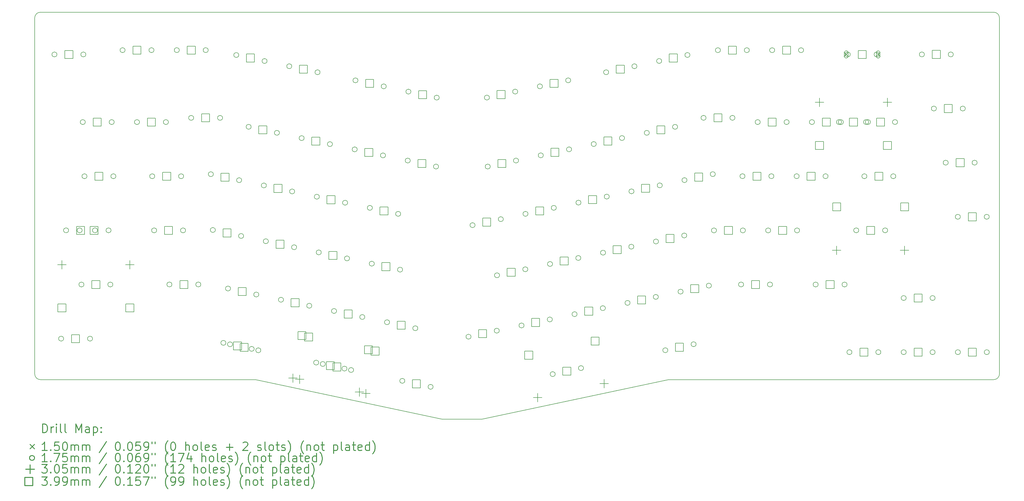
<source format=gbr>
%FSLAX45Y45*%
G04 Gerber Fmt 4.5, Leading zero omitted, Abs format (unit mm)*
G04 Created by KiCad (PCBNEW (5.1.9-0-10_14)) date 2021-10-05 14:44:05*
%MOMM*%
%LPD*%
G01*
G04 APERTURE LIST*
%TA.AperFunction,Profile*%
%ADD10C,0.150000*%
%TD*%
%ADD11C,0.200000*%
%ADD12C,0.300000*%
G04 APERTURE END LIST*
D10*
X36249995Y-15370750D02*
G75*
G03*
X36449995Y-15170750I0J200000D01*
G01*
X36249995Y-2443251D02*
G75*
G02*
X36449995Y-2643251I0J-200000D01*
G01*
X2741250Y-2443251D02*
G75*
G03*
X2541250Y-2643251I0J-200000D01*
G01*
X2741250Y-15370750D02*
G75*
G02*
X2541250Y-15170750I0J200000D01*
G01*
X18263000Y-16762523D02*
X24811000Y-15370750D01*
X16860000Y-16762523D02*
X18263000Y-16762523D01*
X10312670Y-15370750D02*
X16860000Y-16762523D01*
X24811000Y-15370750D02*
X36249995Y-15370750D01*
X2741250Y-15370750D02*
X10312670Y-15370750D01*
X2741250Y-2443251D02*
X36249995Y-2443251D01*
X36449995Y-2643251D02*
X36449995Y-15170750D01*
X2541250Y-2643251D02*
X2541250Y-15170750D01*
D11*
X30990540Y-3854380D02*
X31140540Y-4004380D01*
X31140540Y-3854380D02*
X30990540Y-4004380D01*
X31130540Y-3994380D02*
X31130540Y-3864380D01*
X31000540Y-3994380D02*
X31000540Y-3864380D01*
X31130540Y-3864380D02*
G75*
G03*
X31000540Y-3864380I-65000J0D01*
G01*
X31000540Y-3994380D02*
G75*
G03*
X31130540Y-3994380I65000J0D01*
G01*
X32110540Y-3854380D02*
X32260540Y-4004380D01*
X32260540Y-3854380D02*
X32110540Y-4004380D01*
X32250540Y-3994380D02*
X32250540Y-3864380D01*
X32120540Y-3994380D02*
X32120540Y-3864380D01*
X32250540Y-3864380D02*
G75*
G03*
X32120540Y-3864380I-65000J0D01*
G01*
X32120540Y-3994380D02*
G75*
G03*
X32250540Y-3994380I65000J0D01*
G01*
X3322190Y-3929380D02*
G75*
G03*
X3322190Y-3929380I-87500J0D01*
G01*
X3557140Y-13929360D02*
G75*
G03*
X3557140Y-13929360I-87500J0D01*
G01*
X3731130Y-10118090D02*
G75*
G03*
X3731130Y-10118090I-87500J0D01*
G01*
X4207380Y-10118090D02*
G75*
G03*
X4207380Y-10118090I-87500J0D01*
G01*
X4270880Y-12024360D02*
G75*
G03*
X4270880Y-12024360I-87500J0D01*
G01*
X4317870Y-6309360D02*
G75*
G03*
X4317870Y-6309360I-87500J0D01*
G01*
X4338190Y-3929380D02*
G75*
G03*
X4338190Y-3929380I-87500J0D01*
G01*
X4377560Y-8214360D02*
G75*
G03*
X4377560Y-8214360I-87500J0D01*
G01*
X4573140Y-13929360D02*
G75*
G03*
X4573140Y-13929360I-87500J0D01*
G01*
X4747130Y-10118090D02*
G75*
G03*
X4747130Y-10118090I-87500J0D01*
G01*
X5223380Y-10118090D02*
G75*
G03*
X5223380Y-10118090I-87500J0D01*
G01*
X5286880Y-12024360D02*
G75*
G03*
X5286880Y-12024360I-87500J0D01*
G01*
X5333870Y-6309360D02*
G75*
G03*
X5333870Y-6309360I-87500J0D01*
G01*
X5393560Y-8214360D02*
G75*
G03*
X5393560Y-8214360I-87500J0D01*
G01*
X5716140Y-3778250D02*
G75*
G03*
X5716140Y-3778250I-87500J0D01*
G01*
X6223337Y-6309360D02*
G75*
G03*
X6223337Y-6309360I-87500J0D01*
G01*
X6732140Y-3778250D02*
G75*
G03*
X6732140Y-3778250I-87500J0D01*
G01*
X6758810Y-8214360D02*
G75*
G03*
X6758810Y-8214360I-87500J0D01*
G01*
X6826120Y-10119360D02*
G75*
G03*
X6826120Y-10119360I-87500J0D01*
G01*
X7239337Y-6309360D02*
G75*
G03*
X7239337Y-6309360I-87500J0D01*
G01*
X7363330Y-12023090D02*
G75*
G03*
X7363330Y-12023090I-87500J0D01*
G01*
X7622410Y-3776980D02*
G75*
G03*
X7622410Y-3776980I-87500J0D01*
G01*
X7774810Y-8214360D02*
G75*
G03*
X7774810Y-8214360I-87500J0D01*
G01*
X7842120Y-10119360D02*
G75*
G03*
X7842120Y-10119360I-87500J0D01*
G01*
X8127870Y-6160770D02*
G75*
G03*
X8127870Y-6160770I-87500J0D01*
G01*
X8379330Y-12023090D02*
G75*
G03*
X8379330Y-12023090I-87500J0D01*
G01*
X8638410Y-3776980D02*
G75*
G03*
X8638410Y-3776980I-87500J0D01*
G01*
X8819691Y-8141761D02*
G75*
G03*
X8819691Y-8141761I-87500J0D01*
G01*
X8889541Y-10105181D02*
G75*
G03*
X8889541Y-10105181I-87500J0D01*
G01*
X9143870Y-6160770D02*
G75*
G03*
X9143870Y-6160770I-87500J0D01*
G01*
X9260381Y-14077233D02*
G75*
G03*
X9260381Y-14077233I-87500J0D01*
G01*
X9422941Y-12165121D02*
G75*
G03*
X9422941Y-12165121I-87500J0D01*
G01*
X9494061Y-14127271D02*
G75*
G03*
X9494061Y-14127271I-87500J0D01*
G01*
X9713771Y-3949491D02*
G75*
G03*
X9713771Y-3949491I-87500J0D01*
G01*
X9813489Y-8352999D02*
G75*
G03*
X9813489Y-8352999I-87500J0D01*
G01*
X9883339Y-10316419D02*
G75*
G03*
X9883339Y-10316419I-87500J0D01*
G01*
X10148111Y-6475521D02*
G75*
G03*
X10148111Y-6475521I-87500J0D01*
G01*
X10254179Y-14288471D02*
G75*
G03*
X10254179Y-14288471I-87500J0D01*
G01*
X10416739Y-12376359D02*
G75*
G03*
X10416739Y-12376359I-87500J0D01*
G01*
X10487859Y-14338509D02*
G75*
G03*
X10487859Y-14338509I-87500J0D01*
G01*
X10682781Y-8538001D02*
G75*
G03*
X10682781Y-8538001I-87500J0D01*
G01*
X10707569Y-4160729D02*
G75*
G03*
X10707569Y-4160729I-87500J0D01*
G01*
X10752631Y-10501421D02*
G75*
G03*
X10752631Y-10501421I-87500J0D01*
G01*
X11141909Y-6686759D02*
G75*
G03*
X11141909Y-6686759I-87500J0D01*
G01*
X11284761Y-12560091D02*
G75*
G03*
X11284761Y-12560091I-87500J0D01*
G01*
X11575591Y-4344461D02*
G75*
G03*
X11575591Y-4344461I-87500J0D01*
G01*
X11676579Y-8749239D02*
G75*
G03*
X11676579Y-8749239I-87500J0D01*
G01*
X11746429Y-10712659D02*
G75*
G03*
X11746429Y-10712659I-87500J0D01*
G01*
X12011201Y-6873031D02*
G75*
G03*
X12011201Y-6873031I-87500J0D01*
G01*
X12278559Y-12771329D02*
G75*
G03*
X12278559Y-12771329I-87500J0D01*
G01*
X12521995Y-14771161D02*
G75*
G03*
X12521995Y-14771161I-87500J0D01*
G01*
X12544601Y-8935511D02*
G75*
G03*
X12544601Y-8935511I-87500J0D01*
G01*
X12569389Y-4555699D02*
G75*
G03*
X12569389Y-4555699I-87500J0D01*
G01*
X12611911Y-10893851D02*
G75*
G03*
X12611911Y-10893851I-87500J0D01*
G01*
X12754151Y-14820691D02*
G75*
G03*
X12754151Y-14820691I-87500J0D01*
G01*
X13004999Y-7084269D02*
G75*
G03*
X13004999Y-7084269I-87500J0D01*
G01*
X13149121Y-12956331D02*
G75*
G03*
X13149121Y-12956331I-87500J0D01*
G01*
X13515793Y-14982399D02*
G75*
G03*
X13515793Y-14982399I-87500J0D01*
G01*
X13538399Y-9146749D02*
G75*
G03*
X13538399Y-9146749I-87500J0D01*
G01*
X13605709Y-11105089D02*
G75*
G03*
X13605709Y-11105089I-87500J0D01*
G01*
X13747949Y-15031929D02*
G75*
G03*
X13747949Y-15031929I-87500J0D01*
G01*
X13875561Y-7269271D02*
G75*
G03*
X13875561Y-7269271I-87500J0D01*
G01*
X13902231Y-4841031D02*
G75*
G03*
X13902231Y-4841031I-87500J0D01*
G01*
X14142919Y-13167569D02*
G75*
G03*
X14142919Y-13167569I-87500J0D01*
G01*
X14408961Y-9326671D02*
G75*
G03*
X14408961Y-9326671I-87500J0D01*
G01*
X14476271Y-11290091D02*
G75*
G03*
X14476271Y-11290091I-87500J0D01*
G01*
X14869359Y-7480509D02*
G75*
G03*
X14869359Y-7480509I-87500J0D01*
G01*
X14896029Y-5052269D02*
G75*
G03*
X14896029Y-5052269I-87500J0D01*
G01*
X15012211Y-13351301D02*
G75*
G03*
X15012211Y-13351301I-87500J0D01*
G01*
X15402759Y-9537909D02*
G75*
G03*
X15402759Y-9537909I-87500J0D01*
G01*
X15470069Y-11501329D02*
G75*
G03*
X15470069Y-11501329I-87500J0D01*
G01*
X15549421Y-15413781D02*
G75*
G03*
X15549421Y-15413781I-87500J0D01*
G01*
X15739921Y-7662971D02*
G75*
G03*
X15739921Y-7662971I-87500J0D01*
G01*
X15764051Y-5237271D02*
G75*
G03*
X15764051Y-5237271I-87500J0D01*
G01*
X16006009Y-13562539D02*
G75*
G03*
X16006009Y-13562539I-87500J0D01*
G01*
X16543219Y-15625019D02*
G75*
G03*
X16543219Y-15625019I-87500J0D01*
G01*
X16733719Y-7874209D02*
G75*
G03*
X16733719Y-7874209I-87500J0D01*
G01*
X16757849Y-5448509D02*
G75*
G03*
X16757849Y-5448509I-87500J0D01*
G01*
X17875724Y-13860164D02*
G75*
G03*
X17875724Y-13860164I-87500J0D01*
G01*
X18017031Y-9935419D02*
G75*
G03*
X18017031Y-9935419I-87500J0D01*
G01*
X18522491Y-5447239D02*
G75*
G03*
X18522491Y-5447239I-87500J0D01*
G01*
X18551701Y-7874209D02*
G75*
G03*
X18551701Y-7874209I-87500J0D01*
G01*
X18869522Y-13648926D02*
G75*
G03*
X18869522Y-13648926I-87500J0D01*
G01*
X18878091Y-11699449D02*
G75*
G03*
X18878091Y-11699449I-87500J0D01*
G01*
X19010829Y-9724181D02*
G75*
G03*
X19010829Y-9724181I-87500J0D01*
G01*
X19516289Y-5236001D02*
G75*
G03*
X19516289Y-5236001I-87500J0D01*
G01*
X19545499Y-7662971D02*
G75*
G03*
X19545499Y-7662971I-87500J0D01*
G01*
X19739151Y-13464749D02*
G75*
G03*
X19739151Y-13464749I-87500J0D01*
G01*
X19871889Y-11488211D02*
G75*
G03*
X19871889Y-11488211I-87500J0D01*
G01*
X19878851Y-9537909D02*
G75*
G03*
X19878851Y-9537909I-87500J0D01*
G01*
X20385581Y-5050999D02*
G75*
G03*
X20385581Y-5050999I-87500J0D01*
G01*
X20416061Y-7479239D02*
G75*
G03*
X20416061Y-7479239I-87500J0D01*
G01*
X20732949Y-13253511D02*
G75*
G03*
X20732949Y-13253511I-87500J0D01*
G01*
X20741181Y-11301939D02*
G75*
G03*
X20741181Y-11301939I-87500J0D01*
G01*
X20835161Y-15176709D02*
G75*
G03*
X20835161Y-15176709I-87500J0D01*
G01*
X20872649Y-9326671D02*
G75*
G03*
X20872649Y-9326671I-87500J0D01*
G01*
X21379379Y-4839761D02*
G75*
G03*
X21379379Y-4839761I-87500J0D01*
G01*
X21409859Y-7268001D02*
G75*
G03*
X21409859Y-7268001I-87500J0D01*
G01*
X21603511Y-13067239D02*
G75*
G03*
X21603511Y-13067239I-87500J0D01*
G01*
X21734979Y-11090701D02*
G75*
G03*
X21734979Y-11090701I-87500J0D01*
G01*
X21740671Y-9142939D02*
G75*
G03*
X21740671Y-9142939I-87500J0D01*
G01*
X21828959Y-14965471D02*
G75*
G03*
X21828959Y-14965471I-87500J0D01*
G01*
X22276611Y-7081729D02*
G75*
G03*
X22276611Y-7081729I-87500J0D01*
G01*
X22597309Y-12856001D02*
G75*
G03*
X22597309Y-12856001I-87500J0D01*
G01*
X22604271Y-10904429D02*
G75*
G03*
X22604271Y-10904429I-87500J0D01*
G01*
X22713491Y-4555699D02*
G75*
G03*
X22713491Y-4555699I-87500J0D01*
G01*
X22734469Y-8931701D02*
G75*
G03*
X22734469Y-8931701I-87500J0D01*
G01*
X23270409Y-6870491D02*
G75*
G03*
X23270409Y-6870491I-87500J0D01*
G01*
X23465331Y-12670999D02*
G75*
G03*
X23465331Y-12670999I-87500J0D01*
G01*
X23598069Y-10693191D02*
G75*
G03*
X23598069Y-10693191I-87500J0D01*
G01*
X23603761Y-8746699D02*
G75*
G03*
X23603761Y-8746699I-87500J0D01*
G01*
X23707289Y-4344461D02*
G75*
G03*
X23707289Y-4344461I-87500J0D01*
G01*
X24142241Y-6688029D02*
G75*
G03*
X24142241Y-6688029I-87500J0D01*
G01*
X24459129Y-12459761D02*
G75*
G03*
X24459129Y-12459761I-87500J0D01*
G01*
X24464821Y-10510729D02*
G75*
G03*
X24464821Y-10510729I-87500J0D01*
G01*
X24576581Y-4159459D02*
G75*
G03*
X24576581Y-4159459I-87500J0D01*
G01*
X24597559Y-8535461D02*
G75*
G03*
X24597559Y-8535461I-87500J0D01*
G01*
X24793751Y-14335969D02*
G75*
G03*
X24793751Y-14335969I-87500J0D01*
G01*
X25136039Y-6476791D02*
G75*
G03*
X25136039Y-6476791I-87500J0D01*
G01*
X25329691Y-12274759D02*
G75*
G03*
X25329691Y-12274759I-87500J0D01*
G01*
X25458619Y-10299491D02*
G75*
G03*
X25458619Y-10299491I-87500J0D01*
G01*
X25466851Y-8351729D02*
G75*
G03*
X25466851Y-8351729I-87500J0D01*
G01*
X25570379Y-3948221D02*
G75*
G03*
X25570379Y-3948221I-87500J0D01*
G01*
X25787549Y-14124731D02*
G75*
G03*
X25787549Y-14124731I-87500J0D01*
G01*
X26136470Y-6159500D02*
G75*
G03*
X26136470Y-6159500I-87500J0D01*
G01*
X26323489Y-12063521D02*
G75*
G03*
X26323489Y-12063521I-87500J0D01*
G01*
X26460649Y-8140491D02*
G75*
G03*
X26460649Y-8140491I-87500J0D01*
G01*
X26503500Y-10120630D02*
G75*
G03*
X26503500Y-10120630I-87500J0D01*
G01*
X26641930Y-3779520D02*
G75*
G03*
X26641930Y-3779520I-87500J0D01*
G01*
X27152470Y-6159500D02*
G75*
G03*
X27152470Y-6159500I-87500J0D01*
G01*
X27456000Y-12023090D02*
G75*
G03*
X27456000Y-12023090I-87500J0D01*
G01*
X27505530Y-8213090D02*
G75*
G03*
X27505530Y-8213090I-87500J0D01*
G01*
X27519500Y-10120630D02*
G75*
G03*
X27519500Y-10120630I-87500J0D01*
G01*
X27657930Y-3779520D02*
G75*
G03*
X27657930Y-3779520I-87500J0D01*
G01*
X28040200Y-6309360D02*
G75*
G03*
X28040200Y-6309360I-87500J0D01*
G01*
X28408500Y-10120630D02*
G75*
G03*
X28408500Y-10120630I-87500J0D01*
G01*
X28472000Y-12023090D02*
G75*
G03*
X28472000Y-12023090I-87500J0D01*
G01*
X28521530Y-8213090D02*
G75*
G03*
X28521530Y-8213090I-87500J0D01*
G01*
X28548200Y-3779520D02*
G75*
G03*
X28548200Y-3779520I-87500J0D01*
G01*
X29056200Y-6309360D02*
G75*
G03*
X29056200Y-6309360I-87500J0D01*
G01*
X29409260Y-8213090D02*
G75*
G03*
X29409260Y-8213090I-87500J0D01*
G01*
X29424500Y-10120630D02*
G75*
G03*
X29424500Y-10120630I-87500J0D01*
G01*
X29564200Y-3779520D02*
G75*
G03*
X29564200Y-3779520I-87500J0D01*
G01*
X29946470Y-6309360D02*
G75*
G03*
X29946470Y-6309360I-87500J0D01*
G01*
X30077280Y-12024360D02*
G75*
G03*
X30077280Y-12024360I-87500J0D01*
G01*
X30425260Y-8213090D02*
G75*
G03*
X30425260Y-8213090I-87500J0D01*
G01*
X30897700Y-6308090D02*
G75*
G03*
X30897700Y-6308090I-87500J0D01*
G01*
X30962470Y-6309360D02*
G75*
G03*
X30962470Y-6309360I-87500J0D01*
G01*
X31093280Y-12024360D02*
G75*
G03*
X31093280Y-12024360I-87500J0D01*
G01*
X31205040Y-3929380D02*
G75*
G03*
X31205040Y-3929380I-87500J0D01*
G01*
X31264730Y-14404340D02*
G75*
G03*
X31264730Y-14404340I-87500J0D01*
G01*
X31503490Y-10118090D02*
G75*
G03*
X31503490Y-10118090I-87500J0D01*
G01*
X31790510Y-8214360D02*
G75*
G03*
X31790510Y-8214360I-87500J0D01*
G01*
X31850200Y-6308090D02*
G75*
G03*
X31850200Y-6308090I-87500J0D01*
G01*
X31913700Y-6308090D02*
G75*
G03*
X31913700Y-6308090I-87500J0D01*
G01*
X32221040Y-3929380D02*
G75*
G03*
X32221040Y-3929380I-87500J0D01*
G01*
X32280730Y-14404340D02*
G75*
G03*
X32280730Y-14404340I-87500J0D01*
G01*
X32519490Y-10118090D02*
G75*
G03*
X32519490Y-10118090I-87500J0D01*
G01*
X32806510Y-8214360D02*
G75*
G03*
X32806510Y-8214360I-87500J0D01*
G01*
X32866200Y-6308090D02*
G75*
G03*
X32866200Y-6308090I-87500J0D01*
G01*
X33171000Y-12499340D02*
G75*
G03*
X33171000Y-12499340I-87500J0D01*
G01*
X33171000Y-14404340D02*
G75*
G03*
X33171000Y-14404340I-87500J0D01*
G01*
X33811080Y-3928110D02*
G75*
G03*
X33811080Y-3928110I-87500J0D01*
G01*
X34187000Y-12499340D02*
G75*
G03*
X34187000Y-12499340I-87500J0D01*
G01*
X34187000Y-14404340D02*
G75*
G03*
X34187000Y-14404340I-87500J0D01*
G01*
X34232720Y-5833110D02*
G75*
G03*
X34232720Y-5833110I-87500J0D01*
G01*
X34648010Y-7736840D02*
G75*
G03*
X34648010Y-7736840I-87500J0D01*
G01*
X34827080Y-3928110D02*
G75*
G03*
X34827080Y-3928110I-87500J0D01*
G01*
X35074730Y-9641840D02*
G75*
G03*
X35074730Y-9641840I-87500J0D01*
G01*
X35076000Y-14404340D02*
G75*
G03*
X35076000Y-14404340I-87500J0D01*
G01*
X35248720Y-5833110D02*
G75*
G03*
X35248720Y-5833110I-87500J0D01*
G01*
X35664010Y-7736840D02*
G75*
G03*
X35664010Y-7736840I-87500J0D01*
G01*
X36090730Y-9641840D02*
G75*
G03*
X36090730Y-9641840I-87500J0D01*
G01*
X36092000Y-14404340D02*
G75*
G03*
X36092000Y-14404340I-87500J0D01*
G01*
X3497580Y-11173460D02*
X3497580Y-11478260D01*
X3345180Y-11325860D02*
X3649980Y-11325860D01*
X5885180Y-11173460D02*
X5885180Y-11478260D01*
X5732780Y-11325860D02*
X6037580Y-11325860D01*
X11618455Y-15159411D02*
X11618455Y-15464211D01*
X11466055Y-15311811D02*
X11770855Y-15311811D01*
X11850611Y-15208941D02*
X11850611Y-15513741D01*
X11698211Y-15361341D02*
X12003011Y-15361341D01*
X13953880Y-15655821D02*
X13953880Y-15960621D01*
X13801480Y-15808221D02*
X14106280Y-15808221D01*
X14186036Y-15705351D02*
X14186036Y-16010151D01*
X14033636Y-15857751D02*
X14338436Y-15857751D01*
X20222074Y-15850131D02*
X20222074Y-16154931D01*
X20069674Y-16002531D02*
X20374474Y-16002531D01*
X22557499Y-15353721D02*
X22557499Y-15658521D01*
X22405099Y-15506121D02*
X22709899Y-15506121D01*
X30124400Y-5457190D02*
X30124400Y-5761990D01*
X29972000Y-5609590D02*
X30276800Y-5609590D01*
X30730190Y-10664190D02*
X30730190Y-10968990D01*
X30577790Y-10816590D02*
X30882590Y-10816590D01*
X32512000Y-5457190D02*
X32512000Y-5761990D01*
X32359600Y-5609590D02*
X32664400Y-5609590D01*
X33117790Y-10664190D02*
X33117790Y-10968990D01*
X32965390Y-10816590D02*
X33270190Y-10816590D01*
X3638571Y-12990851D02*
X3638571Y-12708869D01*
X3356589Y-12708869D01*
X3356589Y-12990851D01*
X3638571Y-12990851D01*
X3883681Y-4070371D02*
X3883681Y-3788389D01*
X3601699Y-3788389D01*
X3601699Y-4070371D01*
X3883681Y-4070371D01*
X4118631Y-14070351D02*
X4118631Y-13788369D01*
X3836649Y-13788369D01*
X3836649Y-14070351D01*
X4118631Y-14070351D01*
X4292621Y-10259081D02*
X4292621Y-9977099D01*
X4010639Y-9977099D01*
X4010639Y-10259081D01*
X4292621Y-10259081D01*
X4768871Y-10259081D02*
X4768871Y-9977099D01*
X4486889Y-9977099D01*
X4486889Y-10259081D01*
X4768871Y-10259081D01*
X4832371Y-12165351D02*
X4832371Y-11883369D01*
X4550389Y-11883369D01*
X4550389Y-12165351D01*
X4832371Y-12165351D01*
X4879361Y-6450351D02*
X4879361Y-6168369D01*
X4597379Y-6168369D01*
X4597379Y-6450351D01*
X4879361Y-6450351D01*
X4939051Y-8355351D02*
X4939051Y-8073369D01*
X4657069Y-8073369D01*
X4657069Y-8355351D01*
X4939051Y-8355351D01*
X6026171Y-12990851D02*
X6026171Y-12708869D01*
X5744189Y-12708869D01*
X5744189Y-12990851D01*
X6026171Y-12990851D01*
X6277631Y-3919241D02*
X6277631Y-3637259D01*
X5995649Y-3637259D01*
X5995649Y-3919241D01*
X6277631Y-3919241D01*
X6784828Y-6450351D02*
X6784828Y-6168369D01*
X6502845Y-6168369D01*
X6502845Y-6450351D01*
X6784828Y-6450351D01*
X7320301Y-8355351D02*
X7320301Y-8073369D01*
X7038319Y-8073369D01*
X7038319Y-8355351D01*
X7320301Y-8355351D01*
X7387611Y-10260351D02*
X7387611Y-9978369D01*
X7105629Y-9978369D01*
X7105629Y-10260351D01*
X7387611Y-10260351D01*
X7924821Y-12164081D02*
X7924821Y-11882099D01*
X7642839Y-11882099D01*
X7642839Y-12164081D01*
X7924821Y-12164081D01*
X8183901Y-3917971D02*
X8183901Y-3635989D01*
X7901919Y-3635989D01*
X7901919Y-3917971D01*
X8183901Y-3917971D01*
X8689361Y-6301761D02*
X8689361Y-6019779D01*
X8407379Y-6019779D01*
X8407379Y-6301761D01*
X8689361Y-6301761D01*
X9370081Y-8388371D02*
X9370081Y-8106389D01*
X9088099Y-8106389D01*
X9088099Y-8388371D01*
X9370081Y-8388371D01*
X9439931Y-10351791D02*
X9439931Y-10069809D01*
X9157949Y-10069809D01*
X9157949Y-10351791D01*
X9439931Y-10351791D01*
X9810771Y-14323843D02*
X9810771Y-14041861D01*
X9528789Y-14041861D01*
X9528789Y-14323843D01*
X9810771Y-14323843D01*
X9973331Y-12411731D02*
X9973331Y-12129749D01*
X9691349Y-12129749D01*
X9691349Y-12411731D01*
X9973331Y-12411731D01*
X10044451Y-14373881D02*
X10044451Y-14091899D01*
X9762469Y-14091899D01*
X9762469Y-14373881D01*
X10044451Y-14373881D01*
X10264161Y-4196101D02*
X10264161Y-3914119D01*
X9982179Y-3914119D01*
X9982179Y-4196101D01*
X10264161Y-4196101D01*
X10698501Y-6722131D02*
X10698501Y-6440149D01*
X10416519Y-6440149D01*
X10416519Y-6722131D01*
X10698501Y-6722131D01*
X11233171Y-8784611D02*
X11233171Y-8502629D01*
X10951189Y-8502629D01*
X10951189Y-8784611D01*
X11233171Y-8784611D01*
X11303021Y-10748031D02*
X11303021Y-10466049D01*
X11021039Y-10466049D01*
X11021039Y-10748031D01*
X11303021Y-10748031D01*
X11835151Y-12806701D02*
X11835151Y-12524719D01*
X11553169Y-12524719D01*
X11553169Y-12806701D01*
X11835151Y-12806701D01*
X12076304Y-13962106D02*
X12076304Y-13680123D01*
X11794321Y-13680123D01*
X11794321Y-13962106D01*
X12076304Y-13962106D01*
X12125981Y-4591071D02*
X12125981Y-4309089D01*
X11843999Y-4309089D01*
X11843999Y-4591071D01*
X12125981Y-4591071D01*
X12308460Y-14011636D02*
X12308460Y-13729653D01*
X12026477Y-13729653D01*
X12026477Y-14011636D01*
X12308460Y-14011636D01*
X12561591Y-7119641D02*
X12561591Y-6837659D01*
X12279609Y-6837659D01*
X12279609Y-7119641D01*
X12561591Y-7119641D01*
X13072385Y-15017771D02*
X13072385Y-14735789D01*
X12790403Y-14735789D01*
X12790403Y-15017771D01*
X13072385Y-15017771D01*
X13094991Y-9182121D02*
X13094991Y-8900139D01*
X12813009Y-8900139D01*
X12813009Y-9182121D01*
X13094991Y-9182121D01*
X13162301Y-11140461D02*
X13162301Y-10858479D01*
X12880319Y-10858479D01*
X12880319Y-11140461D01*
X13162301Y-11140461D01*
X13304541Y-15067301D02*
X13304541Y-14785319D01*
X13022559Y-14785319D01*
X13022559Y-15067301D01*
X13304541Y-15067301D01*
X13699511Y-13202941D02*
X13699511Y-12920959D01*
X13417529Y-12920959D01*
X13417529Y-13202941D01*
X13699511Y-13202941D01*
X14411729Y-14458515D02*
X14411729Y-14176533D01*
X14129746Y-14176533D01*
X14129746Y-14458515D01*
X14411729Y-14458515D01*
X14425951Y-7515881D02*
X14425951Y-7233899D01*
X14143969Y-7233899D01*
X14143969Y-7515881D01*
X14425951Y-7515881D01*
X14452621Y-5087641D02*
X14452621Y-4805659D01*
X14170639Y-4805659D01*
X14170639Y-5087641D01*
X14452621Y-5087641D01*
X14643885Y-14508045D02*
X14643885Y-14226063D01*
X14361902Y-14226063D01*
X14361902Y-14508045D01*
X14643885Y-14508045D01*
X14959351Y-9573281D02*
X14959351Y-9291299D01*
X14677369Y-9291299D01*
X14677369Y-9573281D01*
X14959351Y-9573281D01*
X15026661Y-11536701D02*
X15026661Y-11254719D01*
X14744679Y-11254719D01*
X14744679Y-11536701D01*
X15026661Y-11536701D01*
X15562601Y-13597911D02*
X15562601Y-13315929D01*
X15280619Y-13315929D01*
X15280619Y-13597911D01*
X15562601Y-13597911D01*
X16099811Y-15660391D02*
X16099811Y-15378409D01*
X15817829Y-15378409D01*
X15817829Y-15660391D01*
X16099811Y-15660391D01*
X16290311Y-7909581D02*
X16290311Y-7627599D01*
X16008329Y-7627599D01*
X16008329Y-7909581D01*
X16290311Y-7909581D01*
X16314441Y-5483881D02*
X16314441Y-5201899D01*
X16032459Y-5201899D01*
X16032459Y-5483881D01*
X16314441Y-5483881D01*
X18426114Y-13895536D02*
X18426114Y-13613553D01*
X18144132Y-13613553D01*
X18144132Y-13895536D01*
X18426114Y-13895536D01*
X18567421Y-9970791D02*
X18567421Y-9688809D01*
X18285439Y-9688809D01*
X18285439Y-9970791D01*
X18567421Y-9970791D01*
X19072881Y-5482611D02*
X19072881Y-5200629D01*
X18790899Y-5200629D01*
X18790899Y-5482611D01*
X19072881Y-5482611D01*
X19102091Y-7909581D02*
X19102091Y-7627599D01*
X18820109Y-7627599D01*
X18820109Y-7909581D01*
X19102091Y-7909581D01*
X19428481Y-11734821D02*
X19428481Y-11452839D01*
X19146499Y-11452839D01*
X19146499Y-11734821D01*
X19428481Y-11734821D01*
X20046208Y-14652825D02*
X20046208Y-14370843D01*
X19764225Y-14370843D01*
X19764225Y-14652825D01*
X20046208Y-14652825D01*
X20289541Y-13500121D02*
X20289541Y-13218139D01*
X20007559Y-13218139D01*
X20007559Y-13500121D01*
X20289541Y-13500121D01*
X20429241Y-9573281D02*
X20429241Y-9291299D01*
X20147259Y-9291299D01*
X20147259Y-9573281D01*
X20429241Y-9573281D01*
X20935971Y-5086371D02*
X20935971Y-4804389D01*
X20653989Y-4804389D01*
X20653989Y-5086371D01*
X20935971Y-5086371D01*
X20966451Y-7514611D02*
X20966451Y-7232629D01*
X20684469Y-7232629D01*
X20684469Y-7514611D01*
X20966451Y-7514611D01*
X21291571Y-11337311D02*
X21291571Y-11055329D01*
X21009589Y-11055329D01*
X21009589Y-11337311D01*
X21291571Y-11337311D01*
X21385551Y-15212081D02*
X21385551Y-14930099D01*
X21103569Y-14930099D01*
X21103569Y-15212081D01*
X21385551Y-15212081D01*
X22153901Y-13102611D02*
X22153901Y-12820629D01*
X21871919Y-12820629D01*
X21871919Y-13102611D01*
X22153901Y-13102611D01*
X22291061Y-9178311D02*
X22291061Y-8896329D01*
X22009079Y-8896329D01*
X22009079Y-9178311D01*
X22291061Y-9178311D01*
X22381633Y-14156416D02*
X22381633Y-13874433D01*
X22099650Y-13874433D01*
X22099650Y-14156416D01*
X22381633Y-14156416D01*
X22827001Y-7117101D02*
X22827001Y-6835119D01*
X22545019Y-6835119D01*
X22545019Y-7117101D01*
X22827001Y-7117101D01*
X23154661Y-10939801D02*
X23154661Y-10657819D01*
X22872679Y-10657819D01*
X22872679Y-10939801D01*
X23154661Y-10939801D01*
X23263881Y-4591071D02*
X23263881Y-4309089D01*
X22981899Y-4309089D01*
X22981899Y-4591071D01*
X23263881Y-4591071D01*
X24015721Y-12706371D02*
X24015721Y-12424389D01*
X23733739Y-12424389D01*
X23733739Y-12706371D01*
X24015721Y-12706371D01*
X24154151Y-8782071D02*
X24154151Y-8500089D01*
X23872169Y-8500089D01*
X23872169Y-8782071D01*
X24154151Y-8782071D01*
X24692631Y-6723401D02*
X24692631Y-6441419D01*
X24410649Y-6441419D01*
X24410649Y-6723401D01*
X24692631Y-6723401D01*
X25015211Y-10546101D02*
X25015211Y-10264119D01*
X24733229Y-10264119D01*
X24733229Y-10546101D01*
X25015211Y-10546101D01*
X25126971Y-4194831D02*
X25126971Y-3912849D01*
X24844989Y-3912849D01*
X24844989Y-4194831D01*
X25126971Y-4194831D01*
X25344141Y-14371341D02*
X25344141Y-14089359D01*
X25062159Y-14089359D01*
X25062159Y-14371341D01*
X25344141Y-14371341D01*
X25880081Y-12310131D02*
X25880081Y-12028149D01*
X25598099Y-12028149D01*
X25598099Y-12310131D01*
X25880081Y-12310131D01*
X26017241Y-8387101D02*
X26017241Y-8105119D01*
X25735259Y-8105119D01*
X25735259Y-8387101D01*
X26017241Y-8387101D01*
X26697961Y-6300491D02*
X26697961Y-6018509D01*
X26415979Y-6018509D01*
X26415979Y-6300491D01*
X26697961Y-6300491D01*
X27064991Y-10261621D02*
X27064991Y-9979639D01*
X26783009Y-9979639D01*
X26783009Y-10261621D01*
X27064991Y-10261621D01*
X27203421Y-3920511D02*
X27203421Y-3638529D01*
X26921439Y-3638529D01*
X26921439Y-3920511D01*
X27203421Y-3920511D01*
X28017491Y-12164081D02*
X28017491Y-11882099D01*
X27735509Y-11882099D01*
X27735509Y-12164081D01*
X28017491Y-12164081D01*
X28067021Y-8354081D02*
X28067021Y-8072099D01*
X27785039Y-8072099D01*
X27785039Y-8354081D01*
X28067021Y-8354081D01*
X28601691Y-6450351D02*
X28601691Y-6168369D01*
X28319709Y-6168369D01*
X28319709Y-6450351D01*
X28601691Y-6450351D01*
X28969991Y-10261621D02*
X28969991Y-9979639D01*
X28688009Y-9979639D01*
X28688009Y-10261621D01*
X28969991Y-10261621D01*
X29109691Y-3920511D02*
X29109691Y-3638529D01*
X28827709Y-3638529D01*
X28827709Y-3920511D01*
X29109691Y-3920511D01*
X29970751Y-8354081D02*
X29970751Y-8072099D01*
X29688769Y-8072099D01*
X29688769Y-8354081D01*
X29970751Y-8354081D01*
X30265391Y-7274581D02*
X30265391Y-6992599D01*
X29983409Y-6992599D01*
X29983409Y-7274581D01*
X30265391Y-7274581D01*
X30507961Y-6450351D02*
X30507961Y-6168369D01*
X30225979Y-6168369D01*
X30225979Y-6450351D01*
X30507961Y-6450351D01*
X30638771Y-12165351D02*
X30638771Y-11883369D01*
X30356789Y-11883369D01*
X30356789Y-12165351D01*
X30638771Y-12165351D01*
X30871181Y-9433581D02*
X30871181Y-9151599D01*
X30589199Y-9151599D01*
X30589199Y-9433581D01*
X30871181Y-9433581D01*
X31459191Y-6449081D02*
X31459191Y-6167099D01*
X31177209Y-6167099D01*
X31177209Y-6449081D01*
X31459191Y-6449081D01*
X31766531Y-4070371D02*
X31766531Y-3788389D01*
X31484549Y-3788389D01*
X31484549Y-4070371D01*
X31766531Y-4070371D01*
X31826221Y-14545331D02*
X31826221Y-14263349D01*
X31544239Y-14263349D01*
X31544239Y-14545331D01*
X31826221Y-14545331D01*
X32064981Y-10259081D02*
X32064981Y-9977099D01*
X31782999Y-9977099D01*
X31782999Y-10259081D01*
X32064981Y-10259081D01*
X32352001Y-8355351D02*
X32352001Y-8073369D01*
X32070019Y-8073369D01*
X32070019Y-8355351D01*
X32352001Y-8355351D01*
X32411691Y-6449081D02*
X32411691Y-6167099D01*
X32129709Y-6167099D01*
X32129709Y-6449081D01*
X32411691Y-6449081D01*
X32652991Y-7274581D02*
X32652991Y-6992599D01*
X32371009Y-6992599D01*
X32371009Y-7274581D01*
X32652991Y-7274581D01*
X33258781Y-9433581D02*
X33258781Y-9151599D01*
X32976799Y-9151599D01*
X32976799Y-9433581D01*
X33258781Y-9433581D01*
X33732491Y-12640331D02*
X33732491Y-12358349D01*
X33450509Y-12358349D01*
X33450509Y-12640331D01*
X33732491Y-12640331D01*
X33732491Y-14545331D02*
X33732491Y-14263349D01*
X33450509Y-14263349D01*
X33450509Y-14545331D01*
X33732491Y-14545331D01*
X34372571Y-4069101D02*
X34372571Y-3787119D01*
X34090589Y-3787119D01*
X34090589Y-4069101D01*
X34372571Y-4069101D01*
X34794211Y-5974101D02*
X34794211Y-5692119D01*
X34512229Y-5692119D01*
X34512229Y-5974101D01*
X34794211Y-5974101D01*
X35209501Y-7877831D02*
X35209501Y-7595849D01*
X34927519Y-7595849D01*
X34927519Y-7877831D01*
X35209501Y-7877831D01*
X35636221Y-9782831D02*
X35636221Y-9500849D01*
X35354239Y-9500849D01*
X35354239Y-9782831D01*
X35636221Y-9782831D01*
X35637491Y-14545331D02*
X35637491Y-14263349D01*
X35355509Y-14263349D01*
X35355509Y-14545331D01*
X35637491Y-14545331D01*
D12*
X2820178Y-17235738D02*
X2820178Y-16935738D01*
X2891607Y-16935738D01*
X2934464Y-16950023D01*
X2963036Y-16978595D01*
X2977321Y-17007166D01*
X2991607Y-17064309D01*
X2991607Y-17107166D01*
X2977321Y-17164309D01*
X2963036Y-17192880D01*
X2934464Y-17221452D01*
X2891607Y-17235738D01*
X2820178Y-17235738D01*
X3120178Y-17235738D02*
X3120178Y-17035738D01*
X3120178Y-17092880D02*
X3134464Y-17064309D01*
X3148750Y-17050023D01*
X3177321Y-17035738D01*
X3205893Y-17035738D01*
X3305893Y-17235738D02*
X3305893Y-17035738D01*
X3305893Y-16935738D02*
X3291607Y-16950023D01*
X3305893Y-16964309D01*
X3320178Y-16950023D01*
X3305893Y-16935738D01*
X3305893Y-16964309D01*
X3491607Y-17235738D02*
X3463036Y-17221452D01*
X3448750Y-17192880D01*
X3448750Y-16935738D01*
X3648750Y-17235738D02*
X3620178Y-17221452D01*
X3605893Y-17192880D01*
X3605893Y-16935738D01*
X3991607Y-17235738D02*
X3991607Y-16935738D01*
X4091607Y-17150023D01*
X4191607Y-16935738D01*
X4191607Y-17235738D01*
X4463036Y-17235738D02*
X4463036Y-17078595D01*
X4448750Y-17050023D01*
X4420178Y-17035738D01*
X4363036Y-17035738D01*
X4334464Y-17050023D01*
X4463036Y-17221452D02*
X4434464Y-17235738D01*
X4363036Y-17235738D01*
X4334464Y-17221452D01*
X4320178Y-17192880D01*
X4320178Y-17164309D01*
X4334464Y-17135738D01*
X4363036Y-17121452D01*
X4434464Y-17121452D01*
X4463036Y-17107166D01*
X4605893Y-17035738D02*
X4605893Y-17335738D01*
X4605893Y-17050023D02*
X4634464Y-17035738D01*
X4691607Y-17035738D01*
X4720178Y-17050023D01*
X4734464Y-17064309D01*
X4748750Y-17092880D01*
X4748750Y-17178595D01*
X4734464Y-17207166D01*
X4720178Y-17221452D01*
X4691607Y-17235738D01*
X4634464Y-17235738D01*
X4605893Y-17221452D01*
X4877321Y-17207166D02*
X4891607Y-17221452D01*
X4877321Y-17235738D01*
X4863036Y-17221452D01*
X4877321Y-17207166D01*
X4877321Y-17235738D01*
X4877321Y-17050023D02*
X4891607Y-17064309D01*
X4877321Y-17078595D01*
X4863036Y-17064309D01*
X4877321Y-17050023D01*
X4877321Y-17078595D01*
X2383750Y-17655023D02*
X2533750Y-17805023D01*
X2533750Y-17655023D02*
X2383750Y-17805023D01*
X2977321Y-17865738D02*
X2805893Y-17865738D01*
X2891607Y-17865738D02*
X2891607Y-17565738D01*
X2863036Y-17608595D01*
X2834464Y-17637166D01*
X2805893Y-17651452D01*
X3105893Y-17837166D02*
X3120178Y-17851452D01*
X3105893Y-17865738D01*
X3091607Y-17851452D01*
X3105893Y-17837166D01*
X3105893Y-17865738D01*
X3391607Y-17565738D02*
X3248750Y-17565738D01*
X3234464Y-17708595D01*
X3248750Y-17694309D01*
X3277321Y-17680023D01*
X3348750Y-17680023D01*
X3377321Y-17694309D01*
X3391607Y-17708595D01*
X3405893Y-17737166D01*
X3405893Y-17808595D01*
X3391607Y-17837166D01*
X3377321Y-17851452D01*
X3348750Y-17865738D01*
X3277321Y-17865738D01*
X3248750Y-17851452D01*
X3234464Y-17837166D01*
X3591607Y-17565738D02*
X3620178Y-17565738D01*
X3648750Y-17580023D01*
X3663036Y-17594309D01*
X3677321Y-17622880D01*
X3691607Y-17680023D01*
X3691607Y-17751452D01*
X3677321Y-17808595D01*
X3663036Y-17837166D01*
X3648750Y-17851452D01*
X3620178Y-17865738D01*
X3591607Y-17865738D01*
X3563036Y-17851452D01*
X3548750Y-17837166D01*
X3534464Y-17808595D01*
X3520178Y-17751452D01*
X3520178Y-17680023D01*
X3534464Y-17622880D01*
X3548750Y-17594309D01*
X3563036Y-17580023D01*
X3591607Y-17565738D01*
X3820178Y-17865738D02*
X3820178Y-17665738D01*
X3820178Y-17694309D02*
X3834464Y-17680023D01*
X3863036Y-17665738D01*
X3905893Y-17665738D01*
X3934464Y-17680023D01*
X3948750Y-17708595D01*
X3948750Y-17865738D01*
X3948750Y-17708595D02*
X3963036Y-17680023D01*
X3991607Y-17665738D01*
X4034464Y-17665738D01*
X4063036Y-17680023D01*
X4077321Y-17708595D01*
X4077321Y-17865738D01*
X4220178Y-17865738D02*
X4220178Y-17665738D01*
X4220178Y-17694309D02*
X4234464Y-17680023D01*
X4263036Y-17665738D01*
X4305893Y-17665738D01*
X4334464Y-17680023D01*
X4348750Y-17708595D01*
X4348750Y-17865738D01*
X4348750Y-17708595D02*
X4363036Y-17680023D01*
X4391607Y-17665738D01*
X4434464Y-17665738D01*
X4463036Y-17680023D01*
X4477321Y-17708595D01*
X4477321Y-17865738D01*
X5063036Y-17551452D02*
X4805893Y-17937166D01*
X5448750Y-17565738D02*
X5477321Y-17565738D01*
X5505893Y-17580023D01*
X5520178Y-17594309D01*
X5534464Y-17622880D01*
X5548750Y-17680023D01*
X5548750Y-17751452D01*
X5534464Y-17808595D01*
X5520178Y-17837166D01*
X5505893Y-17851452D01*
X5477321Y-17865738D01*
X5448750Y-17865738D01*
X5420178Y-17851452D01*
X5405893Y-17837166D01*
X5391607Y-17808595D01*
X5377321Y-17751452D01*
X5377321Y-17680023D01*
X5391607Y-17622880D01*
X5405893Y-17594309D01*
X5420178Y-17580023D01*
X5448750Y-17565738D01*
X5677321Y-17837166D02*
X5691607Y-17851452D01*
X5677321Y-17865738D01*
X5663036Y-17851452D01*
X5677321Y-17837166D01*
X5677321Y-17865738D01*
X5877321Y-17565738D02*
X5905893Y-17565738D01*
X5934464Y-17580023D01*
X5948750Y-17594309D01*
X5963036Y-17622880D01*
X5977321Y-17680023D01*
X5977321Y-17751452D01*
X5963036Y-17808595D01*
X5948750Y-17837166D01*
X5934464Y-17851452D01*
X5905893Y-17865738D01*
X5877321Y-17865738D01*
X5848750Y-17851452D01*
X5834464Y-17837166D01*
X5820178Y-17808595D01*
X5805893Y-17751452D01*
X5805893Y-17680023D01*
X5820178Y-17622880D01*
X5834464Y-17594309D01*
X5848750Y-17580023D01*
X5877321Y-17565738D01*
X6248750Y-17565738D02*
X6105893Y-17565738D01*
X6091607Y-17708595D01*
X6105893Y-17694309D01*
X6134464Y-17680023D01*
X6205893Y-17680023D01*
X6234464Y-17694309D01*
X6248750Y-17708595D01*
X6263036Y-17737166D01*
X6263036Y-17808595D01*
X6248750Y-17837166D01*
X6234464Y-17851452D01*
X6205893Y-17865738D01*
X6134464Y-17865738D01*
X6105893Y-17851452D01*
X6091607Y-17837166D01*
X6405893Y-17865738D02*
X6463036Y-17865738D01*
X6491607Y-17851452D01*
X6505893Y-17837166D01*
X6534464Y-17794309D01*
X6548750Y-17737166D01*
X6548750Y-17622880D01*
X6534464Y-17594309D01*
X6520178Y-17580023D01*
X6491607Y-17565738D01*
X6434464Y-17565738D01*
X6405893Y-17580023D01*
X6391607Y-17594309D01*
X6377321Y-17622880D01*
X6377321Y-17694309D01*
X6391607Y-17722880D01*
X6405893Y-17737166D01*
X6434464Y-17751452D01*
X6491607Y-17751452D01*
X6520178Y-17737166D01*
X6534464Y-17722880D01*
X6548750Y-17694309D01*
X6663036Y-17565738D02*
X6663036Y-17622880D01*
X6777321Y-17565738D02*
X6777321Y-17622880D01*
X7220178Y-17980023D02*
X7205893Y-17965738D01*
X7177321Y-17922880D01*
X7163036Y-17894309D01*
X7148750Y-17851452D01*
X7134464Y-17780023D01*
X7134464Y-17722880D01*
X7148750Y-17651452D01*
X7163036Y-17608595D01*
X7177321Y-17580023D01*
X7205893Y-17537166D01*
X7220178Y-17522880D01*
X7391607Y-17565738D02*
X7420178Y-17565738D01*
X7448750Y-17580023D01*
X7463036Y-17594309D01*
X7477321Y-17622880D01*
X7491607Y-17680023D01*
X7491607Y-17751452D01*
X7477321Y-17808595D01*
X7463036Y-17837166D01*
X7448750Y-17851452D01*
X7420178Y-17865738D01*
X7391607Y-17865738D01*
X7363036Y-17851452D01*
X7348750Y-17837166D01*
X7334464Y-17808595D01*
X7320178Y-17751452D01*
X7320178Y-17680023D01*
X7334464Y-17622880D01*
X7348750Y-17594309D01*
X7363036Y-17580023D01*
X7391607Y-17565738D01*
X7848750Y-17865738D02*
X7848750Y-17565738D01*
X7977321Y-17865738D02*
X7977321Y-17708595D01*
X7963036Y-17680023D01*
X7934464Y-17665738D01*
X7891607Y-17665738D01*
X7863036Y-17680023D01*
X7848750Y-17694309D01*
X8163036Y-17865738D02*
X8134464Y-17851452D01*
X8120178Y-17837166D01*
X8105893Y-17808595D01*
X8105893Y-17722880D01*
X8120178Y-17694309D01*
X8134464Y-17680023D01*
X8163036Y-17665738D01*
X8205893Y-17665738D01*
X8234464Y-17680023D01*
X8248750Y-17694309D01*
X8263036Y-17722880D01*
X8263036Y-17808595D01*
X8248750Y-17837166D01*
X8234464Y-17851452D01*
X8205893Y-17865738D01*
X8163036Y-17865738D01*
X8434464Y-17865738D02*
X8405893Y-17851452D01*
X8391607Y-17822880D01*
X8391607Y-17565738D01*
X8663036Y-17851452D02*
X8634464Y-17865738D01*
X8577321Y-17865738D01*
X8548750Y-17851452D01*
X8534464Y-17822880D01*
X8534464Y-17708595D01*
X8548750Y-17680023D01*
X8577321Y-17665738D01*
X8634464Y-17665738D01*
X8663036Y-17680023D01*
X8677321Y-17708595D01*
X8677321Y-17737166D01*
X8534464Y-17765738D01*
X8791607Y-17851452D02*
X8820178Y-17865738D01*
X8877321Y-17865738D01*
X8905893Y-17851452D01*
X8920178Y-17822880D01*
X8920178Y-17808595D01*
X8905893Y-17780023D01*
X8877321Y-17765738D01*
X8834464Y-17765738D01*
X8805893Y-17751452D01*
X8791607Y-17722880D01*
X8791607Y-17708595D01*
X8805893Y-17680023D01*
X8834464Y-17665738D01*
X8877321Y-17665738D01*
X8905893Y-17680023D01*
X9277321Y-17751452D02*
X9505893Y-17751452D01*
X9391607Y-17865738D02*
X9391607Y-17637166D01*
X9863036Y-17594309D02*
X9877321Y-17580023D01*
X9905893Y-17565738D01*
X9977321Y-17565738D01*
X10005893Y-17580023D01*
X10020178Y-17594309D01*
X10034464Y-17622880D01*
X10034464Y-17651452D01*
X10020178Y-17694309D01*
X9848750Y-17865738D01*
X10034464Y-17865738D01*
X10377321Y-17851452D02*
X10405893Y-17865738D01*
X10463036Y-17865738D01*
X10491607Y-17851452D01*
X10505893Y-17822880D01*
X10505893Y-17808595D01*
X10491607Y-17780023D01*
X10463036Y-17765738D01*
X10420178Y-17765738D01*
X10391607Y-17751452D01*
X10377321Y-17722880D01*
X10377321Y-17708595D01*
X10391607Y-17680023D01*
X10420178Y-17665738D01*
X10463036Y-17665738D01*
X10491607Y-17680023D01*
X10677321Y-17865738D02*
X10648750Y-17851452D01*
X10634464Y-17822880D01*
X10634464Y-17565738D01*
X10834464Y-17865738D02*
X10805893Y-17851452D01*
X10791607Y-17837166D01*
X10777321Y-17808595D01*
X10777321Y-17722880D01*
X10791607Y-17694309D01*
X10805893Y-17680023D01*
X10834464Y-17665738D01*
X10877321Y-17665738D01*
X10905893Y-17680023D01*
X10920178Y-17694309D01*
X10934464Y-17722880D01*
X10934464Y-17808595D01*
X10920178Y-17837166D01*
X10905893Y-17851452D01*
X10877321Y-17865738D01*
X10834464Y-17865738D01*
X11020178Y-17665738D02*
X11134464Y-17665738D01*
X11063036Y-17565738D02*
X11063036Y-17822880D01*
X11077321Y-17851452D01*
X11105893Y-17865738D01*
X11134464Y-17865738D01*
X11220178Y-17851452D02*
X11248750Y-17865738D01*
X11305893Y-17865738D01*
X11334464Y-17851452D01*
X11348750Y-17822880D01*
X11348750Y-17808595D01*
X11334464Y-17780023D01*
X11305893Y-17765738D01*
X11263036Y-17765738D01*
X11234464Y-17751452D01*
X11220178Y-17722880D01*
X11220178Y-17708595D01*
X11234464Y-17680023D01*
X11263036Y-17665738D01*
X11305893Y-17665738D01*
X11334464Y-17680023D01*
X11448750Y-17980023D02*
X11463036Y-17965738D01*
X11491607Y-17922880D01*
X11505893Y-17894309D01*
X11520178Y-17851452D01*
X11534464Y-17780023D01*
X11534464Y-17722880D01*
X11520178Y-17651452D01*
X11505893Y-17608595D01*
X11491607Y-17580023D01*
X11463036Y-17537166D01*
X11448750Y-17522880D01*
X11991607Y-17980023D02*
X11977321Y-17965738D01*
X11948750Y-17922880D01*
X11934464Y-17894309D01*
X11920178Y-17851452D01*
X11905893Y-17780023D01*
X11905893Y-17722880D01*
X11920178Y-17651452D01*
X11934464Y-17608595D01*
X11948750Y-17580023D01*
X11977321Y-17537166D01*
X11991607Y-17522880D01*
X12105893Y-17665738D02*
X12105893Y-17865738D01*
X12105893Y-17694309D02*
X12120178Y-17680023D01*
X12148750Y-17665738D01*
X12191607Y-17665738D01*
X12220178Y-17680023D01*
X12234464Y-17708595D01*
X12234464Y-17865738D01*
X12420178Y-17865738D02*
X12391607Y-17851452D01*
X12377321Y-17837166D01*
X12363036Y-17808595D01*
X12363036Y-17722880D01*
X12377321Y-17694309D01*
X12391607Y-17680023D01*
X12420178Y-17665738D01*
X12463036Y-17665738D01*
X12491607Y-17680023D01*
X12505893Y-17694309D01*
X12520178Y-17722880D01*
X12520178Y-17808595D01*
X12505893Y-17837166D01*
X12491607Y-17851452D01*
X12463036Y-17865738D01*
X12420178Y-17865738D01*
X12605893Y-17665738D02*
X12720178Y-17665738D01*
X12648750Y-17565738D02*
X12648750Y-17822880D01*
X12663036Y-17851452D01*
X12691607Y-17865738D01*
X12720178Y-17865738D01*
X13048750Y-17665738D02*
X13048750Y-17965738D01*
X13048750Y-17680023D02*
X13077321Y-17665738D01*
X13134464Y-17665738D01*
X13163036Y-17680023D01*
X13177321Y-17694309D01*
X13191607Y-17722880D01*
X13191607Y-17808595D01*
X13177321Y-17837166D01*
X13163036Y-17851452D01*
X13134464Y-17865738D01*
X13077321Y-17865738D01*
X13048750Y-17851452D01*
X13363036Y-17865738D02*
X13334464Y-17851452D01*
X13320178Y-17822880D01*
X13320178Y-17565738D01*
X13605893Y-17865738D02*
X13605893Y-17708595D01*
X13591607Y-17680023D01*
X13563036Y-17665738D01*
X13505893Y-17665738D01*
X13477321Y-17680023D01*
X13605893Y-17851452D02*
X13577321Y-17865738D01*
X13505893Y-17865738D01*
X13477321Y-17851452D01*
X13463036Y-17822880D01*
X13463036Y-17794309D01*
X13477321Y-17765738D01*
X13505893Y-17751452D01*
X13577321Y-17751452D01*
X13605893Y-17737166D01*
X13705893Y-17665738D02*
X13820178Y-17665738D01*
X13748750Y-17565738D02*
X13748750Y-17822880D01*
X13763036Y-17851452D01*
X13791607Y-17865738D01*
X13820178Y-17865738D01*
X14034464Y-17851452D02*
X14005893Y-17865738D01*
X13948750Y-17865738D01*
X13920178Y-17851452D01*
X13905893Y-17822880D01*
X13905893Y-17708595D01*
X13920178Y-17680023D01*
X13948750Y-17665738D01*
X14005893Y-17665738D01*
X14034464Y-17680023D01*
X14048750Y-17708595D01*
X14048750Y-17737166D01*
X13905893Y-17765738D01*
X14305893Y-17865738D02*
X14305893Y-17565738D01*
X14305893Y-17851452D02*
X14277321Y-17865738D01*
X14220178Y-17865738D01*
X14191607Y-17851452D01*
X14177321Y-17837166D01*
X14163036Y-17808595D01*
X14163036Y-17722880D01*
X14177321Y-17694309D01*
X14191607Y-17680023D01*
X14220178Y-17665738D01*
X14277321Y-17665738D01*
X14305893Y-17680023D01*
X14420178Y-17980023D02*
X14434464Y-17965738D01*
X14463036Y-17922880D01*
X14477321Y-17894309D01*
X14491607Y-17851452D01*
X14505893Y-17780023D01*
X14505893Y-17722880D01*
X14491607Y-17651452D01*
X14477321Y-17608595D01*
X14463036Y-17580023D01*
X14434464Y-17537166D01*
X14420178Y-17522880D01*
X2533750Y-18126023D02*
G75*
G03*
X2533750Y-18126023I-87500J0D01*
G01*
X2977321Y-18261738D02*
X2805893Y-18261738D01*
X2891607Y-18261738D02*
X2891607Y-17961738D01*
X2863036Y-18004595D01*
X2834464Y-18033166D01*
X2805893Y-18047452D01*
X3105893Y-18233166D02*
X3120178Y-18247452D01*
X3105893Y-18261738D01*
X3091607Y-18247452D01*
X3105893Y-18233166D01*
X3105893Y-18261738D01*
X3220178Y-17961738D02*
X3420178Y-17961738D01*
X3291607Y-18261738D01*
X3677321Y-17961738D02*
X3534464Y-17961738D01*
X3520178Y-18104595D01*
X3534464Y-18090309D01*
X3563036Y-18076023D01*
X3634464Y-18076023D01*
X3663036Y-18090309D01*
X3677321Y-18104595D01*
X3691607Y-18133166D01*
X3691607Y-18204595D01*
X3677321Y-18233166D01*
X3663036Y-18247452D01*
X3634464Y-18261738D01*
X3563036Y-18261738D01*
X3534464Y-18247452D01*
X3520178Y-18233166D01*
X3820178Y-18261738D02*
X3820178Y-18061738D01*
X3820178Y-18090309D02*
X3834464Y-18076023D01*
X3863036Y-18061738D01*
X3905893Y-18061738D01*
X3934464Y-18076023D01*
X3948750Y-18104595D01*
X3948750Y-18261738D01*
X3948750Y-18104595D02*
X3963036Y-18076023D01*
X3991607Y-18061738D01*
X4034464Y-18061738D01*
X4063036Y-18076023D01*
X4077321Y-18104595D01*
X4077321Y-18261738D01*
X4220178Y-18261738D02*
X4220178Y-18061738D01*
X4220178Y-18090309D02*
X4234464Y-18076023D01*
X4263036Y-18061738D01*
X4305893Y-18061738D01*
X4334464Y-18076023D01*
X4348750Y-18104595D01*
X4348750Y-18261738D01*
X4348750Y-18104595D02*
X4363036Y-18076023D01*
X4391607Y-18061738D01*
X4434464Y-18061738D01*
X4463036Y-18076023D01*
X4477321Y-18104595D01*
X4477321Y-18261738D01*
X5063036Y-17947452D02*
X4805893Y-18333166D01*
X5448750Y-17961738D02*
X5477321Y-17961738D01*
X5505893Y-17976023D01*
X5520178Y-17990309D01*
X5534464Y-18018880D01*
X5548750Y-18076023D01*
X5548750Y-18147452D01*
X5534464Y-18204595D01*
X5520178Y-18233166D01*
X5505893Y-18247452D01*
X5477321Y-18261738D01*
X5448750Y-18261738D01*
X5420178Y-18247452D01*
X5405893Y-18233166D01*
X5391607Y-18204595D01*
X5377321Y-18147452D01*
X5377321Y-18076023D01*
X5391607Y-18018880D01*
X5405893Y-17990309D01*
X5420178Y-17976023D01*
X5448750Y-17961738D01*
X5677321Y-18233166D02*
X5691607Y-18247452D01*
X5677321Y-18261738D01*
X5663036Y-18247452D01*
X5677321Y-18233166D01*
X5677321Y-18261738D01*
X5877321Y-17961738D02*
X5905893Y-17961738D01*
X5934464Y-17976023D01*
X5948750Y-17990309D01*
X5963036Y-18018880D01*
X5977321Y-18076023D01*
X5977321Y-18147452D01*
X5963036Y-18204595D01*
X5948750Y-18233166D01*
X5934464Y-18247452D01*
X5905893Y-18261738D01*
X5877321Y-18261738D01*
X5848750Y-18247452D01*
X5834464Y-18233166D01*
X5820178Y-18204595D01*
X5805893Y-18147452D01*
X5805893Y-18076023D01*
X5820178Y-18018880D01*
X5834464Y-17990309D01*
X5848750Y-17976023D01*
X5877321Y-17961738D01*
X6234464Y-17961738D02*
X6177321Y-17961738D01*
X6148750Y-17976023D01*
X6134464Y-17990309D01*
X6105893Y-18033166D01*
X6091607Y-18090309D01*
X6091607Y-18204595D01*
X6105893Y-18233166D01*
X6120178Y-18247452D01*
X6148750Y-18261738D01*
X6205893Y-18261738D01*
X6234464Y-18247452D01*
X6248750Y-18233166D01*
X6263036Y-18204595D01*
X6263036Y-18133166D01*
X6248750Y-18104595D01*
X6234464Y-18090309D01*
X6205893Y-18076023D01*
X6148750Y-18076023D01*
X6120178Y-18090309D01*
X6105893Y-18104595D01*
X6091607Y-18133166D01*
X6405893Y-18261738D02*
X6463036Y-18261738D01*
X6491607Y-18247452D01*
X6505893Y-18233166D01*
X6534464Y-18190309D01*
X6548750Y-18133166D01*
X6548750Y-18018880D01*
X6534464Y-17990309D01*
X6520178Y-17976023D01*
X6491607Y-17961738D01*
X6434464Y-17961738D01*
X6405893Y-17976023D01*
X6391607Y-17990309D01*
X6377321Y-18018880D01*
X6377321Y-18090309D01*
X6391607Y-18118880D01*
X6405893Y-18133166D01*
X6434464Y-18147452D01*
X6491607Y-18147452D01*
X6520178Y-18133166D01*
X6534464Y-18118880D01*
X6548750Y-18090309D01*
X6663036Y-17961738D02*
X6663036Y-18018880D01*
X6777321Y-17961738D02*
X6777321Y-18018880D01*
X7220178Y-18376023D02*
X7205893Y-18361738D01*
X7177321Y-18318880D01*
X7163036Y-18290309D01*
X7148750Y-18247452D01*
X7134464Y-18176023D01*
X7134464Y-18118880D01*
X7148750Y-18047452D01*
X7163036Y-18004595D01*
X7177321Y-17976023D01*
X7205893Y-17933166D01*
X7220178Y-17918880D01*
X7491607Y-18261738D02*
X7320178Y-18261738D01*
X7405893Y-18261738D02*
X7405893Y-17961738D01*
X7377321Y-18004595D01*
X7348750Y-18033166D01*
X7320178Y-18047452D01*
X7591607Y-17961738D02*
X7791607Y-17961738D01*
X7663036Y-18261738D01*
X8034464Y-18061738D02*
X8034464Y-18261738D01*
X7963036Y-17947452D02*
X7891607Y-18161738D01*
X8077321Y-18161738D01*
X8420178Y-18261738D02*
X8420178Y-17961738D01*
X8548750Y-18261738D02*
X8548750Y-18104595D01*
X8534464Y-18076023D01*
X8505893Y-18061738D01*
X8463036Y-18061738D01*
X8434464Y-18076023D01*
X8420178Y-18090309D01*
X8734464Y-18261738D02*
X8705893Y-18247452D01*
X8691607Y-18233166D01*
X8677321Y-18204595D01*
X8677321Y-18118880D01*
X8691607Y-18090309D01*
X8705893Y-18076023D01*
X8734464Y-18061738D01*
X8777321Y-18061738D01*
X8805893Y-18076023D01*
X8820178Y-18090309D01*
X8834464Y-18118880D01*
X8834464Y-18204595D01*
X8820178Y-18233166D01*
X8805893Y-18247452D01*
X8777321Y-18261738D01*
X8734464Y-18261738D01*
X9005893Y-18261738D02*
X8977321Y-18247452D01*
X8963036Y-18218880D01*
X8963036Y-17961738D01*
X9234464Y-18247452D02*
X9205893Y-18261738D01*
X9148750Y-18261738D01*
X9120178Y-18247452D01*
X9105893Y-18218880D01*
X9105893Y-18104595D01*
X9120178Y-18076023D01*
X9148750Y-18061738D01*
X9205893Y-18061738D01*
X9234464Y-18076023D01*
X9248750Y-18104595D01*
X9248750Y-18133166D01*
X9105893Y-18161738D01*
X9363036Y-18247452D02*
X9391607Y-18261738D01*
X9448750Y-18261738D01*
X9477321Y-18247452D01*
X9491607Y-18218880D01*
X9491607Y-18204595D01*
X9477321Y-18176023D01*
X9448750Y-18161738D01*
X9405893Y-18161738D01*
X9377321Y-18147452D01*
X9363036Y-18118880D01*
X9363036Y-18104595D01*
X9377321Y-18076023D01*
X9405893Y-18061738D01*
X9448750Y-18061738D01*
X9477321Y-18076023D01*
X9591607Y-18376023D02*
X9605893Y-18361738D01*
X9634464Y-18318880D01*
X9648750Y-18290309D01*
X9663036Y-18247452D01*
X9677321Y-18176023D01*
X9677321Y-18118880D01*
X9663036Y-18047452D01*
X9648750Y-18004595D01*
X9634464Y-17976023D01*
X9605893Y-17933166D01*
X9591607Y-17918880D01*
X10134464Y-18376023D02*
X10120178Y-18361738D01*
X10091607Y-18318880D01*
X10077321Y-18290309D01*
X10063036Y-18247452D01*
X10048750Y-18176023D01*
X10048750Y-18118880D01*
X10063036Y-18047452D01*
X10077321Y-18004595D01*
X10091607Y-17976023D01*
X10120178Y-17933166D01*
X10134464Y-17918880D01*
X10248750Y-18061738D02*
X10248750Y-18261738D01*
X10248750Y-18090309D02*
X10263036Y-18076023D01*
X10291607Y-18061738D01*
X10334464Y-18061738D01*
X10363036Y-18076023D01*
X10377321Y-18104595D01*
X10377321Y-18261738D01*
X10563036Y-18261738D02*
X10534464Y-18247452D01*
X10520178Y-18233166D01*
X10505893Y-18204595D01*
X10505893Y-18118880D01*
X10520178Y-18090309D01*
X10534464Y-18076023D01*
X10563036Y-18061738D01*
X10605893Y-18061738D01*
X10634464Y-18076023D01*
X10648750Y-18090309D01*
X10663036Y-18118880D01*
X10663036Y-18204595D01*
X10648750Y-18233166D01*
X10634464Y-18247452D01*
X10605893Y-18261738D01*
X10563036Y-18261738D01*
X10748750Y-18061738D02*
X10863036Y-18061738D01*
X10791607Y-17961738D02*
X10791607Y-18218880D01*
X10805893Y-18247452D01*
X10834464Y-18261738D01*
X10863036Y-18261738D01*
X11191607Y-18061738D02*
X11191607Y-18361738D01*
X11191607Y-18076023D02*
X11220178Y-18061738D01*
X11277321Y-18061738D01*
X11305893Y-18076023D01*
X11320178Y-18090309D01*
X11334464Y-18118880D01*
X11334464Y-18204595D01*
X11320178Y-18233166D01*
X11305893Y-18247452D01*
X11277321Y-18261738D01*
X11220178Y-18261738D01*
X11191607Y-18247452D01*
X11505893Y-18261738D02*
X11477321Y-18247452D01*
X11463036Y-18218880D01*
X11463036Y-17961738D01*
X11748750Y-18261738D02*
X11748750Y-18104595D01*
X11734464Y-18076023D01*
X11705893Y-18061738D01*
X11648750Y-18061738D01*
X11620178Y-18076023D01*
X11748750Y-18247452D02*
X11720178Y-18261738D01*
X11648750Y-18261738D01*
X11620178Y-18247452D01*
X11605893Y-18218880D01*
X11605893Y-18190309D01*
X11620178Y-18161738D01*
X11648750Y-18147452D01*
X11720178Y-18147452D01*
X11748750Y-18133166D01*
X11848750Y-18061738D02*
X11963036Y-18061738D01*
X11891607Y-17961738D02*
X11891607Y-18218880D01*
X11905893Y-18247452D01*
X11934464Y-18261738D01*
X11963036Y-18261738D01*
X12177321Y-18247452D02*
X12148750Y-18261738D01*
X12091607Y-18261738D01*
X12063036Y-18247452D01*
X12048750Y-18218880D01*
X12048750Y-18104595D01*
X12063036Y-18076023D01*
X12091607Y-18061738D01*
X12148750Y-18061738D01*
X12177321Y-18076023D01*
X12191607Y-18104595D01*
X12191607Y-18133166D01*
X12048750Y-18161738D01*
X12448750Y-18261738D02*
X12448750Y-17961738D01*
X12448750Y-18247452D02*
X12420178Y-18261738D01*
X12363036Y-18261738D01*
X12334464Y-18247452D01*
X12320178Y-18233166D01*
X12305893Y-18204595D01*
X12305893Y-18118880D01*
X12320178Y-18090309D01*
X12334464Y-18076023D01*
X12363036Y-18061738D01*
X12420178Y-18061738D01*
X12448750Y-18076023D01*
X12563036Y-18376023D02*
X12577321Y-18361738D01*
X12605893Y-18318880D01*
X12620178Y-18290309D01*
X12634464Y-18247452D01*
X12648750Y-18176023D01*
X12648750Y-18118880D01*
X12634464Y-18047452D01*
X12620178Y-18004595D01*
X12605893Y-17976023D01*
X12577321Y-17933166D01*
X12563036Y-17918880D01*
X2381350Y-18369623D02*
X2381350Y-18674423D01*
X2228950Y-18522023D02*
X2533750Y-18522023D01*
X2791607Y-18357738D02*
X2977321Y-18357738D01*
X2877321Y-18472023D01*
X2920178Y-18472023D01*
X2948750Y-18486309D01*
X2963036Y-18500595D01*
X2977321Y-18529166D01*
X2977321Y-18600595D01*
X2963036Y-18629166D01*
X2948750Y-18643452D01*
X2920178Y-18657738D01*
X2834464Y-18657738D01*
X2805893Y-18643452D01*
X2791607Y-18629166D01*
X3105893Y-18629166D02*
X3120178Y-18643452D01*
X3105893Y-18657738D01*
X3091607Y-18643452D01*
X3105893Y-18629166D01*
X3105893Y-18657738D01*
X3305893Y-18357738D02*
X3334464Y-18357738D01*
X3363036Y-18372023D01*
X3377321Y-18386309D01*
X3391607Y-18414880D01*
X3405893Y-18472023D01*
X3405893Y-18543452D01*
X3391607Y-18600595D01*
X3377321Y-18629166D01*
X3363036Y-18643452D01*
X3334464Y-18657738D01*
X3305893Y-18657738D01*
X3277321Y-18643452D01*
X3263036Y-18629166D01*
X3248750Y-18600595D01*
X3234464Y-18543452D01*
X3234464Y-18472023D01*
X3248750Y-18414880D01*
X3263036Y-18386309D01*
X3277321Y-18372023D01*
X3305893Y-18357738D01*
X3677321Y-18357738D02*
X3534464Y-18357738D01*
X3520178Y-18500595D01*
X3534464Y-18486309D01*
X3563036Y-18472023D01*
X3634464Y-18472023D01*
X3663036Y-18486309D01*
X3677321Y-18500595D01*
X3691607Y-18529166D01*
X3691607Y-18600595D01*
X3677321Y-18629166D01*
X3663036Y-18643452D01*
X3634464Y-18657738D01*
X3563036Y-18657738D01*
X3534464Y-18643452D01*
X3520178Y-18629166D01*
X3820178Y-18657738D02*
X3820178Y-18457738D01*
X3820178Y-18486309D02*
X3834464Y-18472023D01*
X3863036Y-18457738D01*
X3905893Y-18457738D01*
X3934464Y-18472023D01*
X3948750Y-18500595D01*
X3948750Y-18657738D01*
X3948750Y-18500595D02*
X3963036Y-18472023D01*
X3991607Y-18457738D01*
X4034464Y-18457738D01*
X4063036Y-18472023D01*
X4077321Y-18500595D01*
X4077321Y-18657738D01*
X4220178Y-18657738D02*
X4220178Y-18457738D01*
X4220178Y-18486309D02*
X4234464Y-18472023D01*
X4263036Y-18457738D01*
X4305893Y-18457738D01*
X4334464Y-18472023D01*
X4348750Y-18500595D01*
X4348750Y-18657738D01*
X4348750Y-18500595D02*
X4363036Y-18472023D01*
X4391607Y-18457738D01*
X4434464Y-18457738D01*
X4463036Y-18472023D01*
X4477321Y-18500595D01*
X4477321Y-18657738D01*
X5063036Y-18343452D02*
X4805893Y-18729166D01*
X5448750Y-18357738D02*
X5477321Y-18357738D01*
X5505893Y-18372023D01*
X5520178Y-18386309D01*
X5534464Y-18414880D01*
X5548750Y-18472023D01*
X5548750Y-18543452D01*
X5534464Y-18600595D01*
X5520178Y-18629166D01*
X5505893Y-18643452D01*
X5477321Y-18657738D01*
X5448750Y-18657738D01*
X5420178Y-18643452D01*
X5405893Y-18629166D01*
X5391607Y-18600595D01*
X5377321Y-18543452D01*
X5377321Y-18472023D01*
X5391607Y-18414880D01*
X5405893Y-18386309D01*
X5420178Y-18372023D01*
X5448750Y-18357738D01*
X5677321Y-18629166D02*
X5691607Y-18643452D01*
X5677321Y-18657738D01*
X5663036Y-18643452D01*
X5677321Y-18629166D01*
X5677321Y-18657738D01*
X5977321Y-18657738D02*
X5805893Y-18657738D01*
X5891607Y-18657738D02*
X5891607Y-18357738D01*
X5863036Y-18400595D01*
X5834464Y-18429166D01*
X5805893Y-18443452D01*
X6091607Y-18386309D02*
X6105893Y-18372023D01*
X6134464Y-18357738D01*
X6205893Y-18357738D01*
X6234464Y-18372023D01*
X6248750Y-18386309D01*
X6263036Y-18414880D01*
X6263036Y-18443452D01*
X6248750Y-18486309D01*
X6077321Y-18657738D01*
X6263036Y-18657738D01*
X6448750Y-18357738D02*
X6477321Y-18357738D01*
X6505893Y-18372023D01*
X6520178Y-18386309D01*
X6534464Y-18414880D01*
X6548750Y-18472023D01*
X6548750Y-18543452D01*
X6534464Y-18600595D01*
X6520178Y-18629166D01*
X6505893Y-18643452D01*
X6477321Y-18657738D01*
X6448750Y-18657738D01*
X6420178Y-18643452D01*
X6405893Y-18629166D01*
X6391607Y-18600595D01*
X6377321Y-18543452D01*
X6377321Y-18472023D01*
X6391607Y-18414880D01*
X6405893Y-18386309D01*
X6420178Y-18372023D01*
X6448750Y-18357738D01*
X6663036Y-18357738D02*
X6663036Y-18414880D01*
X6777321Y-18357738D02*
X6777321Y-18414880D01*
X7220178Y-18772023D02*
X7205893Y-18757738D01*
X7177321Y-18714880D01*
X7163036Y-18686309D01*
X7148750Y-18643452D01*
X7134464Y-18572023D01*
X7134464Y-18514880D01*
X7148750Y-18443452D01*
X7163036Y-18400595D01*
X7177321Y-18372023D01*
X7205893Y-18329166D01*
X7220178Y-18314880D01*
X7491607Y-18657738D02*
X7320178Y-18657738D01*
X7405893Y-18657738D02*
X7405893Y-18357738D01*
X7377321Y-18400595D01*
X7348750Y-18429166D01*
X7320178Y-18443452D01*
X7605893Y-18386309D02*
X7620178Y-18372023D01*
X7648750Y-18357738D01*
X7720178Y-18357738D01*
X7748750Y-18372023D01*
X7763036Y-18386309D01*
X7777321Y-18414880D01*
X7777321Y-18443452D01*
X7763036Y-18486309D01*
X7591607Y-18657738D01*
X7777321Y-18657738D01*
X8134464Y-18657738D02*
X8134464Y-18357738D01*
X8263036Y-18657738D02*
X8263036Y-18500595D01*
X8248750Y-18472023D01*
X8220178Y-18457738D01*
X8177321Y-18457738D01*
X8148750Y-18472023D01*
X8134464Y-18486309D01*
X8448750Y-18657738D02*
X8420178Y-18643452D01*
X8405893Y-18629166D01*
X8391607Y-18600595D01*
X8391607Y-18514880D01*
X8405893Y-18486309D01*
X8420178Y-18472023D01*
X8448750Y-18457738D01*
X8491607Y-18457738D01*
X8520178Y-18472023D01*
X8534464Y-18486309D01*
X8548750Y-18514880D01*
X8548750Y-18600595D01*
X8534464Y-18629166D01*
X8520178Y-18643452D01*
X8491607Y-18657738D01*
X8448750Y-18657738D01*
X8720178Y-18657738D02*
X8691607Y-18643452D01*
X8677321Y-18614880D01*
X8677321Y-18357738D01*
X8948750Y-18643452D02*
X8920178Y-18657738D01*
X8863036Y-18657738D01*
X8834464Y-18643452D01*
X8820178Y-18614880D01*
X8820178Y-18500595D01*
X8834464Y-18472023D01*
X8863036Y-18457738D01*
X8920178Y-18457738D01*
X8948750Y-18472023D01*
X8963036Y-18500595D01*
X8963036Y-18529166D01*
X8820178Y-18557738D01*
X9077321Y-18643452D02*
X9105893Y-18657738D01*
X9163036Y-18657738D01*
X9191607Y-18643452D01*
X9205893Y-18614880D01*
X9205893Y-18600595D01*
X9191607Y-18572023D01*
X9163036Y-18557738D01*
X9120178Y-18557738D01*
X9091607Y-18543452D01*
X9077321Y-18514880D01*
X9077321Y-18500595D01*
X9091607Y-18472023D01*
X9120178Y-18457738D01*
X9163036Y-18457738D01*
X9191607Y-18472023D01*
X9305893Y-18772023D02*
X9320178Y-18757738D01*
X9348750Y-18714880D01*
X9363036Y-18686309D01*
X9377321Y-18643452D01*
X9391607Y-18572023D01*
X9391607Y-18514880D01*
X9377321Y-18443452D01*
X9363036Y-18400595D01*
X9348750Y-18372023D01*
X9320178Y-18329166D01*
X9305893Y-18314880D01*
X9848750Y-18772023D02*
X9834464Y-18757738D01*
X9805893Y-18714880D01*
X9791607Y-18686309D01*
X9777321Y-18643452D01*
X9763036Y-18572023D01*
X9763036Y-18514880D01*
X9777321Y-18443452D01*
X9791607Y-18400595D01*
X9805893Y-18372023D01*
X9834464Y-18329166D01*
X9848750Y-18314880D01*
X9963036Y-18457738D02*
X9963036Y-18657738D01*
X9963036Y-18486309D02*
X9977321Y-18472023D01*
X10005893Y-18457738D01*
X10048750Y-18457738D01*
X10077321Y-18472023D01*
X10091607Y-18500595D01*
X10091607Y-18657738D01*
X10277321Y-18657738D02*
X10248750Y-18643452D01*
X10234464Y-18629166D01*
X10220178Y-18600595D01*
X10220178Y-18514880D01*
X10234464Y-18486309D01*
X10248750Y-18472023D01*
X10277321Y-18457738D01*
X10320178Y-18457738D01*
X10348750Y-18472023D01*
X10363036Y-18486309D01*
X10377321Y-18514880D01*
X10377321Y-18600595D01*
X10363036Y-18629166D01*
X10348750Y-18643452D01*
X10320178Y-18657738D01*
X10277321Y-18657738D01*
X10463036Y-18457738D02*
X10577321Y-18457738D01*
X10505893Y-18357738D02*
X10505893Y-18614880D01*
X10520178Y-18643452D01*
X10548750Y-18657738D01*
X10577321Y-18657738D01*
X10905893Y-18457738D02*
X10905893Y-18757738D01*
X10905893Y-18472023D02*
X10934464Y-18457738D01*
X10991607Y-18457738D01*
X11020178Y-18472023D01*
X11034464Y-18486309D01*
X11048750Y-18514880D01*
X11048750Y-18600595D01*
X11034464Y-18629166D01*
X11020178Y-18643452D01*
X10991607Y-18657738D01*
X10934464Y-18657738D01*
X10905893Y-18643452D01*
X11220178Y-18657738D02*
X11191607Y-18643452D01*
X11177321Y-18614880D01*
X11177321Y-18357738D01*
X11463036Y-18657738D02*
X11463036Y-18500595D01*
X11448750Y-18472023D01*
X11420178Y-18457738D01*
X11363036Y-18457738D01*
X11334464Y-18472023D01*
X11463036Y-18643452D02*
X11434464Y-18657738D01*
X11363036Y-18657738D01*
X11334464Y-18643452D01*
X11320178Y-18614880D01*
X11320178Y-18586309D01*
X11334464Y-18557738D01*
X11363036Y-18543452D01*
X11434464Y-18543452D01*
X11463036Y-18529166D01*
X11563036Y-18457738D02*
X11677321Y-18457738D01*
X11605893Y-18357738D02*
X11605893Y-18614880D01*
X11620178Y-18643452D01*
X11648750Y-18657738D01*
X11677321Y-18657738D01*
X11891607Y-18643452D02*
X11863036Y-18657738D01*
X11805893Y-18657738D01*
X11777321Y-18643452D01*
X11763036Y-18614880D01*
X11763036Y-18500595D01*
X11777321Y-18472023D01*
X11805893Y-18457738D01*
X11863036Y-18457738D01*
X11891607Y-18472023D01*
X11905893Y-18500595D01*
X11905893Y-18529166D01*
X11763036Y-18557738D01*
X12163036Y-18657738D02*
X12163036Y-18357738D01*
X12163036Y-18643452D02*
X12134464Y-18657738D01*
X12077321Y-18657738D01*
X12048750Y-18643452D01*
X12034464Y-18629166D01*
X12020178Y-18600595D01*
X12020178Y-18514880D01*
X12034464Y-18486309D01*
X12048750Y-18472023D01*
X12077321Y-18457738D01*
X12134464Y-18457738D01*
X12163036Y-18472023D01*
X12277321Y-18772023D02*
X12291607Y-18757738D01*
X12320178Y-18714880D01*
X12334464Y-18686309D01*
X12348750Y-18643452D01*
X12363036Y-18572023D01*
X12363036Y-18514880D01*
X12348750Y-18443452D01*
X12334464Y-18400595D01*
X12320178Y-18372023D01*
X12291607Y-18329166D01*
X12277321Y-18314880D01*
X2475351Y-19097815D02*
X2475351Y-18815832D01*
X2193369Y-18815832D01*
X2193369Y-19097815D01*
X2475351Y-19097815D01*
X2791607Y-18792538D02*
X2977321Y-18792538D01*
X2877321Y-18906823D01*
X2920178Y-18906823D01*
X2948750Y-18921109D01*
X2963036Y-18935395D01*
X2977321Y-18963966D01*
X2977321Y-19035395D01*
X2963036Y-19063966D01*
X2948750Y-19078252D01*
X2920178Y-19092538D01*
X2834464Y-19092538D01*
X2805893Y-19078252D01*
X2791607Y-19063966D01*
X3105893Y-19063966D02*
X3120178Y-19078252D01*
X3105893Y-19092538D01*
X3091607Y-19078252D01*
X3105893Y-19063966D01*
X3105893Y-19092538D01*
X3263036Y-19092538D02*
X3320178Y-19092538D01*
X3348750Y-19078252D01*
X3363036Y-19063966D01*
X3391607Y-19021109D01*
X3405893Y-18963966D01*
X3405893Y-18849680D01*
X3391607Y-18821109D01*
X3377321Y-18806823D01*
X3348750Y-18792538D01*
X3291607Y-18792538D01*
X3263036Y-18806823D01*
X3248750Y-18821109D01*
X3234464Y-18849680D01*
X3234464Y-18921109D01*
X3248750Y-18949680D01*
X3263036Y-18963966D01*
X3291607Y-18978252D01*
X3348750Y-18978252D01*
X3377321Y-18963966D01*
X3391607Y-18949680D01*
X3405893Y-18921109D01*
X3548750Y-19092538D02*
X3605893Y-19092538D01*
X3634464Y-19078252D01*
X3648750Y-19063966D01*
X3677321Y-19021109D01*
X3691607Y-18963966D01*
X3691607Y-18849680D01*
X3677321Y-18821109D01*
X3663036Y-18806823D01*
X3634464Y-18792538D01*
X3577321Y-18792538D01*
X3548750Y-18806823D01*
X3534464Y-18821109D01*
X3520178Y-18849680D01*
X3520178Y-18921109D01*
X3534464Y-18949680D01*
X3548750Y-18963966D01*
X3577321Y-18978252D01*
X3634464Y-18978252D01*
X3663036Y-18963966D01*
X3677321Y-18949680D01*
X3691607Y-18921109D01*
X3820178Y-19092538D02*
X3820178Y-18892538D01*
X3820178Y-18921109D02*
X3834464Y-18906823D01*
X3863036Y-18892538D01*
X3905893Y-18892538D01*
X3934464Y-18906823D01*
X3948750Y-18935395D01*
X3948750Y-19092538D01*
X3948750Y-18935395D02*
X3963036Y-18906823D01*
X3991607Y-18892538D01*
X4034464Y-18892538D01*
X4063036Y-18906823D01*
X4077321Y-18935395D01*
X4077321Y-19092538D01*
X4220178Y-19092538D02*
X4220178Y-18892538D01*
X4220178Y-18921109D02*
X4234464Y-18906823D01*
X4263036Y-18892538D01*
X4305893Y-18892538D01*
X4334464Y-18906823D01*
X4348750Y-18935395D01*
X4348750Y-19092538D01*
X4348750Y-18935395D02*
X4363036Y-18906823D01*
X4391607Y-18892538D01*
X4434464Y-18892538D01*
X4463036Y-18906823D01*
X4477321Y-18935395D01*
X4477321Y-19092538D01*
X5063036Y-18778252D02*
X4805893Y-19163966D01*
X5448750Y-18792538D02*
X5477321Y-18792538D01*
X5505893Y-18806823D01*
X5520178Y-18821109D01*
X5534464Y-18849680D01*
X5548750Y-18906823D01*
X5548750Y-18978252D01*
X5534464Y-19035395D01*
X5520178Y-19063966D01*
X5505893Y-19078252D01*
X5477321Y-19092538D01*
X5448750Y-19092538D01*
X5420178Y-19078252D01*
X5405893Y-19063966D01*
X5391607Y-19035395D01*
X5377321Y-18978252D01*
X5377321Y-18906823D01*
X5391607Y-18849680D01*
X5405893Y-18821109D01*
X5420178Y-18806823D01*
X5448750Y-18792538D01*
X5677321Y-19063966D02*
X5691607Y-19078252D01*
X5677321Y-19092538D01*
X5663036Y-19078252D01*
X5677321Y-19063966D01*
X5677321Y-19092538D01*
X5977321Y-19092538D02*
X5805893Y-19092538D01*
X5891607Y-19092538D02*
X5891607Y-18792538D01*
X5863036Y-18835395D01*
X5834464Y-18863966D01*
X5805893Y-18878252D01*
X6248750Y-18792538D02*
X6105893Y-18792538D01*
X6091607Y-18935395D01*
X6105893Y-18921109D01*
X6134464Y-18906823D01*
X6205893Y-18906823D01*
X6234464Y-18921109D01*
X6248750Y-18935395D01*
X6263036Y-18963966D01*
X6263036Y-19035395D01*
X6248750Y-19063966D01*
X6234464Y-19078252D01*
X6205893Y-19092538D01*
X6134464Y-19092538D01*
X6105893Y-19078252D01*
X6091607Y-19063966D01*
X6363036Y-18792538D02*
X6563036Y-18792538D01*
X6434464Y-19092538D01*
X6663036Y-18792538D02*
X6663036Y-18849680D01*
X6777321Y-18792538D02*
X6777321Y-18849680D01*
X7220178Y-19206823D02*
X7205893Y-19192538D01*
X7177321Y-19149680D01*
X7163036Y-19121109D01*
X7148750Y-19078252D01*
X7134464Y-19006823D01*
X7134464Y-18949680D01*
X7148750Y-18878252D01*
X7163036Y-18835395D01*
X7177321Y-18806823D01*
X7205893Y-18763966D01*
X7220178Y-18749680D01*
X7348750Y-19092538D02*
X7405893Y-19092538D01*
X7434464Y-19078252D01*
X7448750Y-19063966D01*
X7477321Y-19021109D01*
X7491607Y-18963966D01*
X7491607Y-18849680D01*
X7477321Y-18821109D01*
X7463036Y-18806823D01*
X7434464Y-18792538D01*
X7377321Y-18792538D01*
X7348750Y-18806823D01*
X7334464Y-18821109D01*
X7320178Y-18849680D01*
X7320178Y-18921109D01*
X7334464Y-18949680D01*
X7348750Y-18963966D01*
X7377321Y-18978252D01*
X7434464Y-18978252D01*
X7463036Y-18963966D01*
X7477321Y-18949680D01*
X7491607Y-18921109D01*
X7634464Y-19092538D02*
X7691607Y-19092538D01*
X7720178Y-19078252D01*
X7734464Y-19063966D01*
X7763036Y-19021109D01*
X7777321Y-18963966D01*
X7777321Y-18849680D01*
X7763036Y-18821109D01*
X7748750Y-18806823D01*
X7720178Y-18792538D01*
X7663036Y-18792538D01*
X7634464Y-18806823D01*
X7620178Y-18821109D01*
X7605893Y-18849680D01*
X7605893Y-18921109D01*
X7620178Y-18949680D01*
X7634464Y-18963966D01*
X7663036Y-18978252D01*
X7720178Y-18978252D01*
X7748750Y-18963966D01*
X7763036Y-18949680D01*
X7777321Y-18921109D01*
X8134464Y-19092538D02*
X8134464Y-18792538D01*
X8263036Y-19092538D02*
X8263036Y-18935395D01*
X8248750Y-18906823D01*
X8220178Y-18892538D01*
X8177321Y-18892538D01*
X8148750Y-18906823D01*
X8134464Y-18921109D01*
X8448750Y-19092538D02*
X8420178Y-19078252D01*
X8405893Y-19063966D01*
X8391607Y-19035395D01*
X8391607Y-18949680D01*
X8405893Y-18921109D01*
X8420178Y-18906823D01*
X8448750Y-18892538D01*
X8491607Y-18892538D01*
X8520178Y-18906823D01*
X8534464Y-18921109D01*
X8548750Y-18949680D01*
X8548750Y-19035395D01*
X8534464Y-19063966D01*
X8520178Y-19078252D01*
X8491607Y-19092538D01*
X8448750Y-19092538D01*
X8720178Y-19092538D02*
X8691607Y-19078252D01*
X8677321Y-19049680D01*
X8677321Y-18792538D01*
X8948750Y-19078252D02*
X8920178Y-19092538D01*
X8863036Y-19092538D01*
X8834464Y-19078252D01*
X8820178Y-19049680D01*
X8820178Y-18935395D01*
X8834464Y-18906823D01*
X8863036Y-18892538D01*
X8920178Y-18892538D01*
X8948750Y-18906823D01*
X8963036Y-18935395D01*
X8963036Y-18963966D01*
X8820178Y-18992538D01*
X9077321Y-19078252D02*
X9105893Y-19092538D01*
X9163036Y-19092538D01*
X9191607Y-19078252D01*
X9205893Y-19049680D01*
X9205893Y-19035395D01*
X9191607Y-19006823D01*
X9163036Y-18992538D01*
X9120178Y-18992538D01*
X9091607Y-18978252D01*
X9077321Y-18949680D01*
X9077321Y-18935395D01*
X9091607Y-18906823D01*
X9120178Y-18892538D01*
X9163036Y-18892538D01*
X9191607Y-18906823D01*
X9305893Y-19206823D02*
X9320178Y-19192538D01*
X9348750Y-19149680D01*
X9363036Y-19121109D01*
X9377321Y-19078252D01*
X9391607Y-19006823D01*
X9391607Y-18949680D01*
X9377321Y-18878252D01*
X9363036Y-18835395D01*
X9348750Y-18806823D01*
X9320178Y-18763966D01*
X9305893Y-18749680D01*
X9848750Y-19206823D02*
X9834464Y-19192538D01*
X9805893Y-19149680D01*
X9791607Y-19121109D01*
X9777321Y-19078252D01*
X9763036Y-19006823D01*
X9763036Y-18949680D01*
X9777321Y-18878252D01*
X9791607Y-18835395D01*
X9805893Y-18806823D01*
X9834464Y-18763966D01*
X9848750Y-18749680D01*
X9963036Y-18892538D02*
X9963036Y-19092538D01*
X9963036Y-18921109D02*
X9977321Y-18906823D01*
X10005893Y-18892538D01*
X10048750Y-18892538D01*
X10077321Y-18906823D01*
X10091607Y-18935395D01*
X10091607Y-19092538D01*
X10277321Y-19092538D02*
X10248750Y-19078252D01*
X10234464Y-19063966D01*
X10220178Y-19035395D01*
X10220178Y-18949680D01*
X10234464Y-18921109D01*
X10248750Y-18906823D01*
X10277321Y-18892538D01*
X10320178Y-18892538D01*
X10348750Y-18906823D01*
X10363036Y-18921109D01*
X10377321Y-18949680D01*
X10377321Y-19035395D01*
X10363036Y-19063966D01*
X10348750Y-19078252D01*
X10320178Y-19092538D01*
X10277321Y-19092538D01*
X10463036Y-18892538D02*
X10577321Y-18892538D01*
X10505893Y-18792538D02*
X10505893Y-19049680D01*
X10520178Y-19078252D01*
X10548750Y-19092538D01*
X10577321Y-19092538D01*
X10905893Y-18892538D02*
X10905893Y-19192538D01*
X10905893Y-18906823D02*
X10934464Y-18892538D01*
X10991607Y-18892538D01*
X11020178Y-18906823D01*
X11034464Y-18921109D01*
X11048750Y-18949680D01*
X11048750Y-19035395D01*
X11034464Y-19063966D01*
X11020178Y-19078252D01*
X10991607Y-19092538D01*
X10934464Y-19092538D01*
X10905893Y-19078252D01*
X11220178Y-19092538D02*
X11191607Y-19078252D01*
X11177321Y-19049680D01*
X11177321Y-18792538D01*
X11463036Y-19092538D02*
X11463036Y-18935395D01*
X11448750Y-18906823D01*
X11420178Y-18892538D01*
X11363036Y-18892538D01*
X11334464Y-18906823D01*
X11463036Y-19078252D02*
X11434464Y-19092538D01*
X11363036Y-19092538D01*
X11334464Y-19078252D01*
X11320178Y-19049680D01*
X11320178Y-19021109D01*
X11334464Y-18992538D01*
X11363036Y-18978252D01*
X11434464Y-18978252D01*
X11463036Y-18963966D01*
X11563036Y-18892538D02*
X11677321Y-18892538D01*
X11605893Y-18792538D02*
X11605893Y-19049680D01*
X11620178Y-19078252D01*
X11648750Y-19092538D01*
X11677321Y-19092538D01*
X11891607Y-19078252D02*
X11863036Y-19092538D01*
X11805893Y-19092538D01*
X11777321Y-19078252D01*
X11763036Y-19049680D01*
X11763036Y-18935395D01*
X11777321Y-18906823D01*
X11805893Y-18892538D01*
X11863036Y-18892538D01*
X11891607Y-18906823D01*
X11905893Y-18935395D01*
X11905893Y-18963966D01*
X11763036Y-18992538D01*
X12163036Y-19092538D02*
X12163036Y-18792538D01*
X12163036Y-19078252D02*
X12134464Y-19092538D01*
X12077321Y-19092538D01*
X12048750Y-19078252D01*
X12034464Y-19063966D01*
X12020178Y-19035395D01*
X12020178Y-18949680D01*
X12034464Y-18921109D01*
X12048750Y-18906823D01*
X12077321Y-18892538D01*
X12134464Y-18892538D01*
X12163036Y-18906823D01*
X12277321Y-19206823D02*
X12291607Y-19192538D01*
X12320178Y-19149680D01*
X12334464Y-19121109D01*
X12348750Y-19078252D01*
X12363036Y-19006823D01*
X12363036Y-18949680D01*
X12348750Y-18878252D01*
X12334464Y-18835395D01*
X12320178Y-18806823D01*
X12291607Y-18763966D01*
X12277321Y-18749680D01*
M02*

</source>
